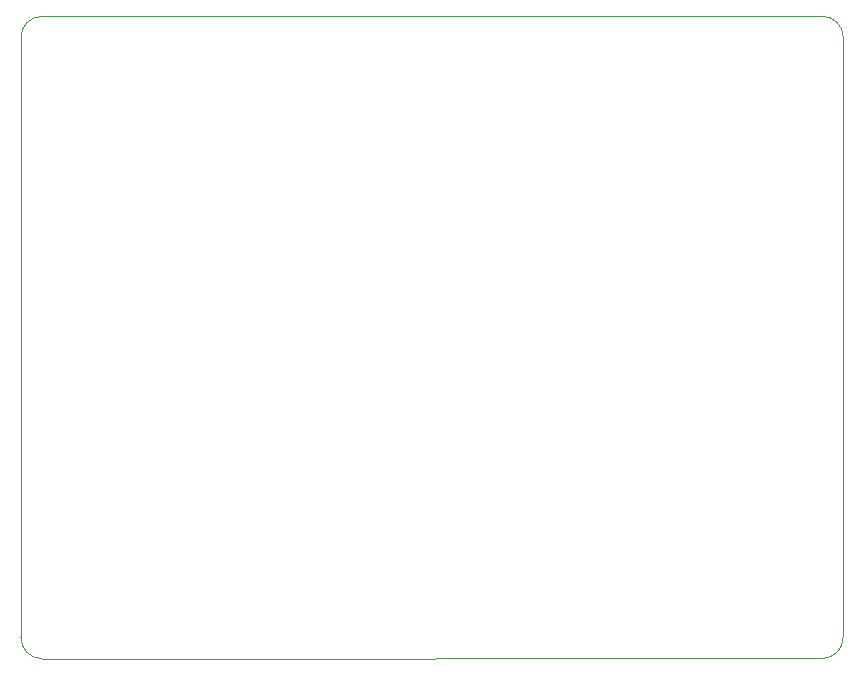
<source format=gbr>
%TF.GenerationSoftware,KiCad,Pcbnew,8.0.3*%
%TF.CreationDate,2024-06-17T22:46:01+08:00*%
%TF.ProjectId,uno_car,756e6f5f-6361-4722-9e6b-696361645f70,v1.0.2*%
%TF.SameCoordinates,Original*%
%TF.FileFunction,Profile,NP*%
%FSLAX46Y46*%
G04 Gerber Fmt 4.6, Leading zero omitted, Abs format (unit mm)*
G04 Created by KiCad (PCBNEW 8.0.3) date 2024-06-17 22:46:01*
%MOMM*%
%LPD*%
G01*
G04 APERTURE LIST*
%TA.AperFunction,Profile*%
%ADD10C,0.050000*%
%TD*%
G04 APERTURE END LIST*
D10*
X143497236Y-102133528D02*
X209562764Y-102120764D01*
X211340764Y-100342764D02*
X211340764Y-49517236D01*
X209562764Y-47739236D02*
G75*
G02*
X211340764Y-49517236I36J-1777964D01*
G01*
X143497236Y-102133528D02*
G75*
G02*
X141719172Y-100355528I-36J1778028D01*
G01*
X143497236Y-47752000D02*
X209562764Y-47739236D01*
X141719236Y-49530000D02*
X141719236Y-100355528D01*
X141719236Y-49530000D02*
G75*
G02*
X143497236Y-47752036I1777964J0D01*
G01*
X211340764Y-100342764D02*
G75*
G02*
X209562764Y-102120764I-1777964J-36D01*
G01*
M02*

</source>
